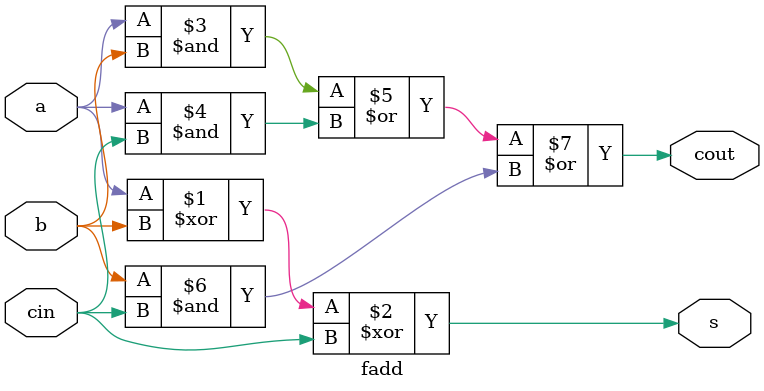
<source format=v>

module fadd(
    a,
    b,
    cin,
    s,
    cout
);
    input   a;
    input   b;
    input   cin;
    output  s;
    output  cout;
    assign #1 s =  a ^ b ^ cin;
    assign #1 cout =  (a & b) | (a & cin) | (b & cin);
    
endmodule

</source>
